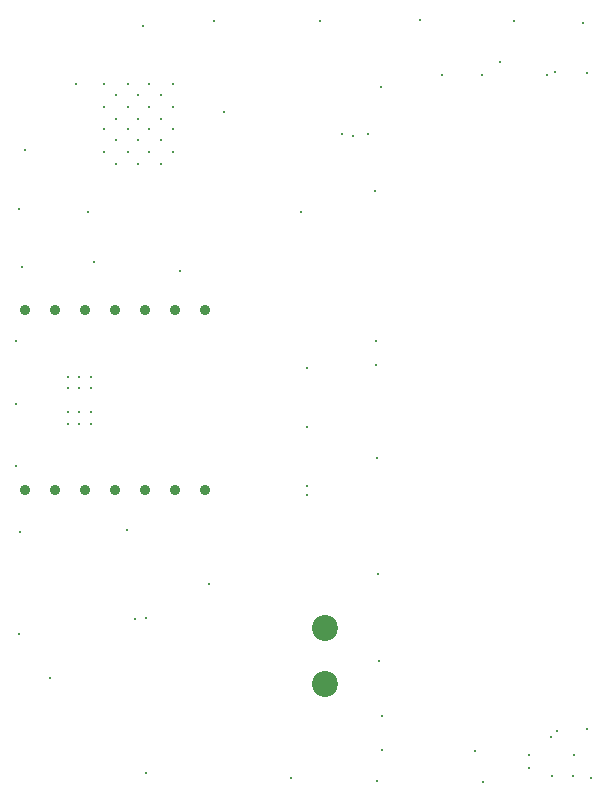
<source format=gbr>
%TF.GenerationSoftware,Altium Limited,Altium Designer,24.10.1 (45)*%
G04 Layer_Color=0*
%FSLAX45Y45*%
%MOMM*%
%TF.SameCoordinates,5FB93C32-CF51-4A86-A7AC-1E4FFFE00694*%
%TF.FilePolarity,Positive*%
%TF.FileFunction,Plated,1,4,PTH,Drill*%
%TF.Part,Single*%
G01*
G75*
%TA.AperFunction,ComponentDrill*%
%ADD49C,0.90000*%
%ADD50C,2.20000*%
%TA.AperFunction,ViaDrill,NotFilled*%
%ADD51C,0.20000*%
D49*
X1661998Y2538000D02*
D03*
X1407998D02*
D03*
X1153998D02*
D03*
X899998D02*
D03*
X645998D02*
D03*
X391998D02*
D03*
X137998D02*
D03*
Y4062000D02*
D03*
X391998D02*
D03*
X645998D02*
D03*
X899998D02*
D03*
X1153998D02*
D03*
X1407998D02*
D03*
X1661998D02*
D03*
D50*
X2680000Y1370000D02*
D03*
Y900000D02*
D03*
D51*
X2920000Y5540000D02*
D03*
X2530000Y3070000D02*
D03*
Y2570000D02*
D03*
Y3570000D02*
D03*
X499999Y3500000D02*
D03*
Y3400000D02*
D03*
X599999Y3500000D02*
D03*
Y3400000D02*
D03*
X699999D02*
D03*
Y3500000D02*
D03*
X1160000Y1460000D02*
D03*
X699999Y3200000D02*
D03*
Y3100000D02*
D03*
X60000Y3800000D02*
D03*
X2530000Y2500000D02*
D03*
X1070000Y1450000D02*
D03*
X1820000Y5740000D02*
D03*
X670000Y4890000D02*
D03*
X2480000D02*
D03*
X3150000Y5950000D02*
D03*
X3670000Y6050000D02*
D03*
X4010000D02*
D03*
X4560000D02*
D03*
X4160000Y6160000D02*
D03*
X4900000Y6070000D02*
D03*
X4860000Y6490000D02*
D03*
X4280000Y6510000D02*
D03*
X3480000Y6520000D02*
D03*
X2640000Y6510000D02*
D03*
X1740000D02*
D03*
X1140000Y6470000D02*
D03*
X570000Y5980000D02*
D03*
X140000Y5420000D02*
D03*
X90000Y4920000D02*
D03*
X1450000Y4390000D02*
D03*
X720000Y4470000D02*
D03*
X110000Y4430000D02*
D03*
X3100000Y5070000D02*
D03*
X3120000Y2810000D02*
D03*
X3110000Y3600000D02*
D03*
X3130000Y1830000D02*
D03*
X3140000Y1090000D02*
D03*
X3110000Y3800000D02*
D03*
X3120000Y80000D02*
D03*
X4020000Y70000D02*
D03*
X3160000Y340000D02*
D03*
X3950000Y330000D02*
D03*
X4930000Y100000D02*
D03*
X4900000Y520000D02*
D03*
X3160000Y630000D02*
D03*
X2390000Y100000D02*
D03*
X1160000Y140000D02*
D03*
X350000Y950000D02*
D03*
X90000Y1320000D02*
D03*
X100000Y2180000D02*
D03*
X1000000Y2200000D02*
D03*
X60000Y2740000D02*
D03*
Y3270000D02*
D03*
X599999Y3100000D02*
D03*
Y3200000D02*
D03*
X499999Y3100000D02*
D03*
Y3200000D02*
D03*
X1700000Y1740000D02*
D03*
X3040000Y5550000D02*
D03*
X4630000Y6080000D02*
D03*
X2820000Y5550000D02*
D03*
X4640000Y500000D02*
D03*
X1010000Y5780000D02*
D03*
X1390000Y5400000D02*
D03*
Y5980000D02*
D03*
X1190000D02*
D03*
X1290000Y5300000D02*
D03*
Y5880000D02*
D03*
X1390000Y5780000D02*
D03*
X1290000Y5680000D02*
D03*
X1190000Y5780000D02*
D03*
Y5600000D02*
D03*
X1390000D02*
D03*
X1290000Y5500000D02*
D03*
X1190000Y5400000D02*
D03*
X1100000Y5500000D02*
D03*
X1010000Y5600000D02*
D03*
X1100000Y5680000D02*
D03*
Y5880000D02*
D03*
X1010000Y5980000D02*
D03*
X910000Y5880000D02*
D03*
X810000Y5780000D02*
D03*
X910000Y5680000D02*
D03*
X810000Y5600000D02*
D03*
X910000Y5500000D02*
D03*
X810000Y5400000D02*
D03*
X910000Y5300000D02*
D03*
X1010000Y5400000D02*
D03*
X810000Y5980000D02*
D03*
X1100000Y5300000D02*
D03*
X4410000Y190000D02*
D03*
X4590000Y450000D02*
D03*
X4605000Y120000D02*
D03*
X4775000D02*
D03*
X4790500Y299999D02*
D03*
X4409500D02*
D03*
%TF.MD5,c3827e831dcbce3328106ae234955990*%
M02*

</source>
